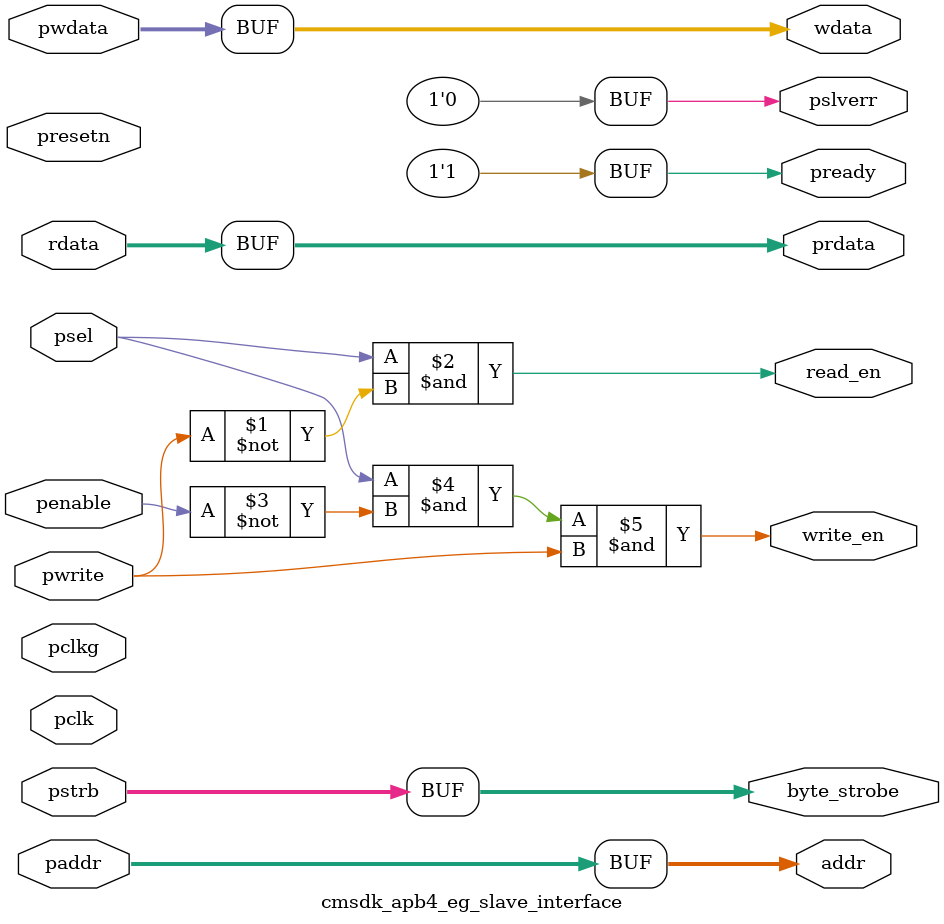
<source format=v>
module cmsdk_apb4_eg_slave_interface #(
  // parameter for address width
  parameter ADDRWIDTH = 12)
 (
  // IO declaration

  input  wire                    pclk,     // pclk
  input  wire                    pclkg,    // pclkg
  input  wire                    presetn,  // reset

  // apb interface inputs
  input  wire                    psel,
  input  wire [ADDRWIDTH-1:0]    paddr,
  input  wire                    penable,
  input  wire                    pwrite,
  input  wire [31:0]             pwdata,
  input  wire [3:0]              pstrb,

  // apb interface outputs
  output wire [31:0]             prdata,
  output wire                    pready,
  output wire                    pslverr,

  //Register interface
  output wire [ADDRWIDTH-1:0]    addr,
  output wire                    read_en,
  output wire                    write_en,
  output wire [3:0]              byte_strobe,
  output wire [31:0]             wdata,
  input  wire [31:0]             rdata);


 //--------------------------
  // ----------------------------------------------------
 // module logic start
 //------------------------------------------------------------------------------

// APB interface
assign   pready  = 1'b1; //always ready. Can be customized to support waitstate if required.
assign   pslverr = 1'b0; //always OKAY. Can be customized to support error response if required.


// register read and write signal
assign  addr = paddr;
assign  read_en  = psel & (~pwrite); // assert for whole apb read transfer
assign  write_en = psel & (~penable) & pwrite; // assert for 1st cycle of write transfer
        // It is also possible to change the design to perform the write in the 2nd
        // APB cycle.   E.g.
        //   assign write_en = psel & penable & pwrite;
        // However, if the design generate waitstate, this expression will result
        // in write_en being asserted for multiple cycles.
assign  byte_strobe = pstrb;
assign  wdata       = pwdata;
assign  prdata      = rdata;

`ifdef ARM_APB_ASSERT_ON

 `include "std_ovl_defines.h"
  // ------------------------------------------------------------
  // Assertions
  // ------------------------------------------------------------

  // Check error response should not be generated if not selected
    assert_never
     #(`OVL_ERROR,
       `OVL_ASSERT,
       "Error! Should not generate error response if not selected")
     u_ovl_apb4_eg_slave_response_illegal
     (.clk        (pclk),
      .reset_n    (presetn),
      .test_expr  (pslverr & pready & (~psel))
      );

`endif
 //------------------------------------------------------------------------------
 // module logic end
 //------------------------------------------------------------------------------

endmodule



</source>
